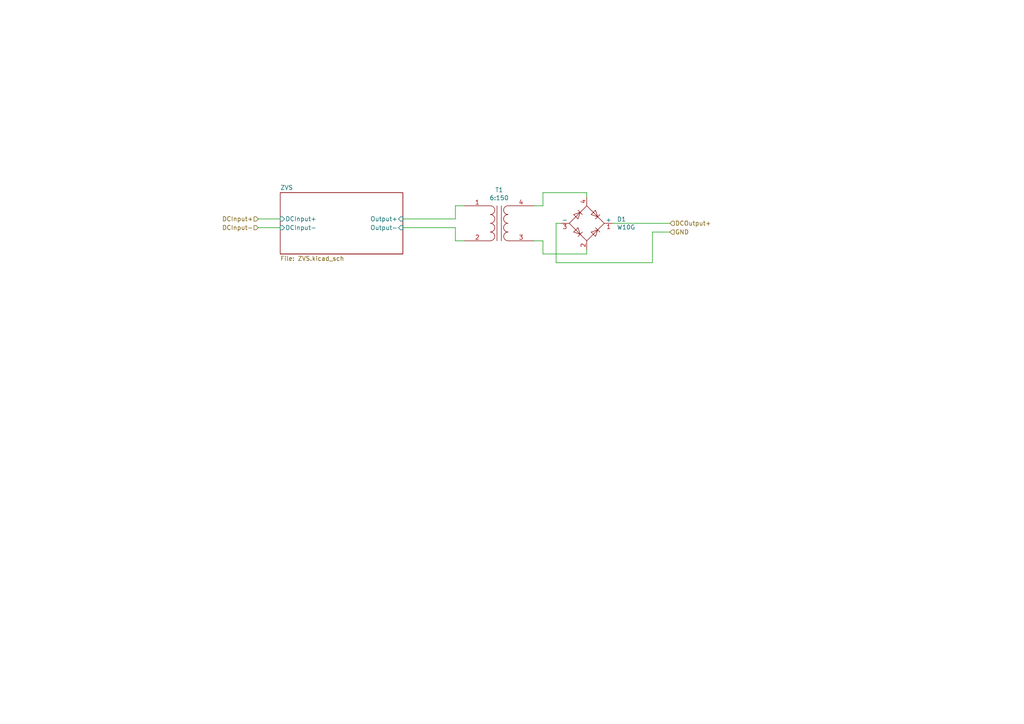
<source format=kicad_sch>
(kicad_sch (version 20211123) (generator eeschema)
  (paper "A4")
  (title_block (title "Power Subsystem") (date "2021-05-20") (rev "1"))
  (lib_symbols
    (symbol "Device:Transformer_1P_1S" (pin_names (offset 1.016) hide)
      (property "Reference" "T" (at 0 6.35 0))
      (property "Value" "Transformer_1P_1S" (at 0 -7.62 0))
      (symbol "Transformer_1P_1S_0_1"
        (arc (start -2.54 -5.0546) (mid -1.6599 -4.6901) (end -1.27 -3.81))
        (arc (start -2.54 -2.5146) (mid -1.6599 -2.1501) (end -1.27 -1.27))
        (arc (start -2.54 0.0254) (mid -1.6599 0.3899) (end -1.27 1.27))
        (arc (start -2.54 2.5654) (mid -1.6599 2.9299) (end -1.27 3.81))
        (arc (start -1.27 -3.81) (mid -1.642 -2.912) (end -2.54 -2.54))
        (arc (start -1.27 -1.27) (mid -1.642 -0.372) (end -2.54 0))
        (arc (start -1.27 1.27) (mid -1.642 2.168) (end -2.54 2.54))
        (arc (start -1.27 3.81) (mid -1.642 4.708) (end -2.54 5.08))
        (polyline (pts (xy -0.635 5.08) (xy -0.635 -5.08)))
        (polyline (pts (xy 0.635 -5.08) (xy 0.635 5.08)))
        (arc (start 1.2954 -1.27) (mid 1.6599 -2.1501) (end 2.54 -2.5146))
        (arc (start 1.2954 1.27) (mid 1.6599 0.3899) (end 2.54 0.0254))
        (arc (start 1.2954 3.81) (mid 1.6599 2.9299) (end 2.54 2.5654))
        (arc (start 1.3208 -3.81) (mid 1.6853 -4.6901) (end 2.5654 -5.0546))
        (arc (start 2.54 0) (mid 1.642 -0.372) (end 1.2954 -1.27))
        (arc (start 2.54 2.54) (mid 1.642 2.168) (end 1.2954 1.27))
        (arc (start 2.54 5.08) (mid 1.642 4.708) (end 1.2954 3.81))
        (arc (start 2.5654 -2.54) (mid 1.6674 -2.912) (end 1.3208 -3.81))
      )
      (symbol "Transformer_1P_1S_1_1"
        (pin passive line (at -10.16 5.08 0) (length 7.62) (name "AA") (number "1"))
        (pin passive line (at -10.16 -5.08 0) (length 7.62) (name "AB") (number "2"))
        (pin passive line (at 10.16 -5.08 180) (length 7.62) (name "SA") (number "3"))
        (pin passive line (at 10.16 5.08 180) (length 7.62) (name "SB") (number "4"))
      )
    )
    (symbol "Diode_Bridge:W10G" (pin_names (offset 0))
      (property "Reference" "D" (at 2.54 6.985 0))
      (property "Value" "W10G" (at 2.54 5.08 0))
      (symbol "W10G_0_1"
        (polyline (pts (xy -2.54 3.81) (xy -1.27 2.54)))
        (polyline (pts (xy -1.27 -2.54) (xy -2.54 -3.81)))
        (polyline (pts (xy 2.54 -1.27) (xy 3.81 -2.54)))
        (polyline (pts (xy 2.54 1.27) (xy 3.81 2.54)))
        (polyline (pts (xy -3.81 2.54) (xy -2.54 1.27) (xy -1.905 3.175) (xy -3.81 2.54)))
        (polyline (pts (xy -2.54 -1.27) (xy -3.81 -2.54) (xy -1.905 -3.175) (xy -2.54 -1.27)))
        (polyline (pts (xy 1.27 2.54) (xy 2.54 3.81) (xy 3.175 1.905) (xy 1.27 2.54)))
        (polyline (pts (xy 3.175 -1.905) (xy 1.27 -2.54) (xy 2.54 -3.81) (xy 3.175 -1.905)))
        (polyline (pts (xy -5.08 0) (xy 0 -5.08) (xy 5.08 0) (xy 0 5.08) (xy -5.08 0)))
      )
      (symbol "W10G_1_1"
        (pin passive line (at 7.62 0 180) (length 2.54) (name "+") (number "1"))
        (pin passive line (at 0 -7.62 90) (length 2.54) (name "~") (number "2"))
        (pin passive line (at -7.62 0 0) (length 2.54) (name "-") (number "3"))
        (pin passive line (at 0 7.62 270) (length 2.54) (name "~") (number "4"))
      )
    )
  )
  (wire (pts (xy 132.08 66.04) (xy 132.08 69.85)))
  (wire (pts (xy 132.08 59.69) (xy 134.62 59.69)))
  (wire (pts (xy 177.8 64.77) (xy 194.31 64.77)))
  (wire (pts (xy 161.29 64.77) (xy 161.29 76.2)))
  (wire (pts (xy 132.08 63.5) (xy 116.84 63.5)))
  (wire (pts (xy 161.29 76.2) (xy 189.23 76.2)))
  (wire (pts (xy 154.94 69.85) (xy 157.48 69.85)))
  (wire (pts (xy 170.18 72.39) (xy 170.18 73.66)))
  (wire (pts (xy 132.08 69.85) (xy 134.62 69.85)))
  (wire (pts (xy 170.18 57.15) (xy 170.18 55.88)))
  (wire (pts (xy 74.93 66.04) (xy 81.28 66.04)))
  (wire (pts (xy 189.23 67.31) (xy 189.23 76.2)))
  (wire (pts (xy 154.94 59.69) (xy 157.48 59.69)))
  (wire (pts (xy 170.18 55.88) (xy 157.48 55.88)))
  (wire (pts (xy 162.56 64.77) (xy 161.29 64.77)))
  (wire (pts (xy 132.08 66.04) (xy 116.84 66.04)))
  (wire (pts (xy 157.48 55.88) (xy 157.48 59.69)))
  (wire (pts (xy 170.18 73.66) (xy 157.48 73.66)))
  (wire (pts (xy 74.93 63.5) (xy 81.28 63.5)))
  (wire (pts (xy 194.31 67.31) (xy 189.23 67.31)))
  (wire (pts (xy 157.48 69.85) (xy 157.48 73.66)))
  (wire (pts (xy 132.08 63.5) (xy 132.08 59.69)))
  (hierarchical_label "DCInput+" (shape input) (at 74.93 63.5 180))
  (hierarchical_label "DCOutput+" (shape input) (at 194.31 64.77 0))
  (hierarchical_label "DCInput-" (shape input) (at 74.93 66.04 180))
  (hierarchical_label "GND" (shape input) (at 194.31 67.31 0))
  (symbol (lib_id "Device:Transformer_1P_1S") (at 144.78 64.77 0) (unit 1)
    (property "Reference" "T1" (at 144.78 55.0926 0))
    (property "Value" "6:150" (at 144.78 57.404 0))
  )
  (symbol (lib_id "Diode_Bridge:W10G") (at 170.18 64.77 0) (unit 1)
    (property "Reference" "D1" (at 178.9176 63.6016 0) (effects (justify left)))
    (property "Value" "W10G" (at 178.9176 65.913 0) (effects (justify left)))
    (property "Footprint" "Diode_THT:Diode_Bridge_Round_D9.8mm" (effects hide))
    (property "Datasheet" "https://www.vishay.com/docs/88769/woo5g.pdf" (effects hide))
  )
  (sheet (at 81.28 55.88) (size 35.56 17.78)
    (property "Sheet name" "ZVS" (at 81.28 55.1684 0) (effects (justify left bottom)))
    (property "Sheet file" "ZVS.kicad_sch" (at 81.28 74.2446 0) (effects (justify left top)))
    (pin "Output+" input (at 116.84 63.5 0))
    (pin "Output-" input (at 116.84 66.04 0))
    (pin "DCInput+" input (at 81.28 63.5 180))
    (pin "DCInput-" input (at 81.28 66.04 180))
  )
)
</source>
